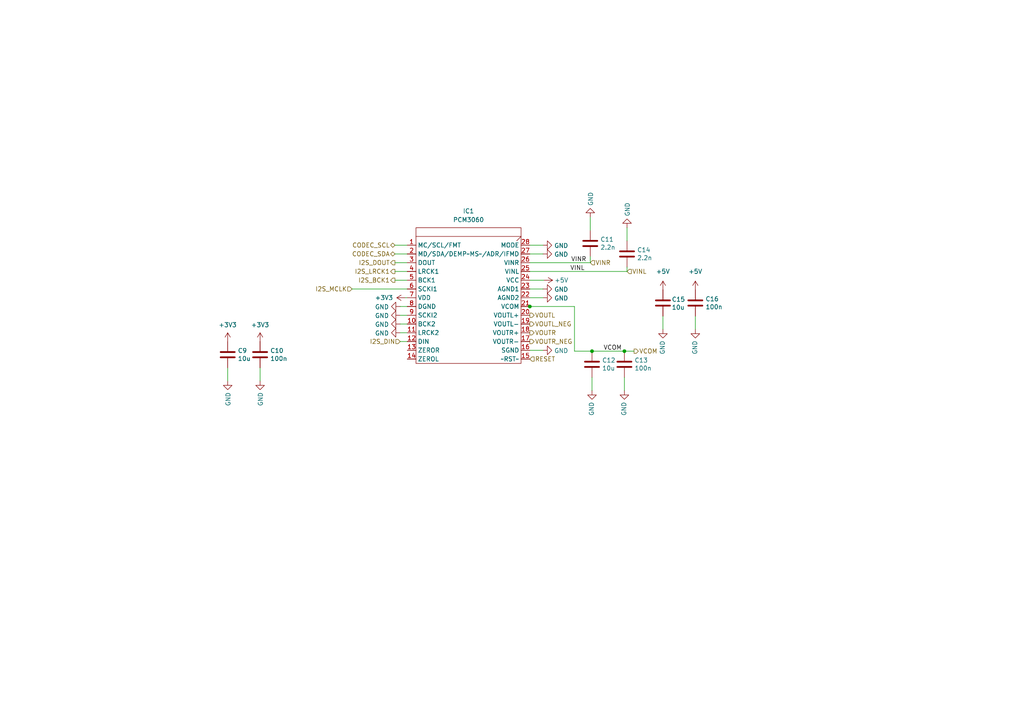
<source format=kicad_sch>
(kicad_sch (version 20221206) (generator eeschema)
  (paper "A4")
  (lib_symbols
    (symbol "Device:C" (pin_numbers hide) (pin_names (offset 0.254))
      (property "Reference" "C" (at 0.635 2.54 0))
      (property "Value" "C" (at 0.635 -2.54 0))
      (symbol "C_0_1"
        (polyline (pts (xy -2.032 -0.762) (xy 2.032 -0.762)) (stroke (width 0.508)))
        (polyline (pts (xy -2.032 0.762) (xy 2.032 0.762)) (stroke (width 0.508)))
      )
      (symbol "C_1_1"
        (pin passive line (at 0 3.81 270) (length 2.794) (name "~") (number "1"))
        (pin passive line (at 0 -3.81 90) (length 2.794) (name "~") (number "2"))
      )
    )
    (symbol "TiNRS:PCM3060"
      (property "Reference" "IC" (at 26.67 -2.54 0))
      (property "Value" "PCM3060" (at 7.62 -2.54 0))
      (symbol "PCM3060_0_1"
        (polyline (pts (xy 2.54 -3.81) (xy 33.02 -3.81) (xy 31.75 -5.08)) (stroke (width 0.1524)))
        (polyline (pts (xy 2.54 -40.64) (xy 2.54 -1.27) (xy 33.02 -1.27) (xy 33.02 -40.64) (xy 2.54 -40.64)) (stroke (width 0.1524)))
      )
      (symbol "PCM3060_1_1"
        (pin bidirectional line (at 0 -6.35 0) (length 2.54) (name "MC/SCL/FMT") (number "1"))
        (pin bidirectional line (at 0 -29.21 0) (length 2.54) (name "BCK2") (number "10"))
        (pin bidirectional line (at 0 -31.75 0) (length 2.54) (name "LRCK2") (number "11"))
        (pin input line (at 0 -34.29 0) (length 2.54) (name "DIN") (number "12"))
        (pin input line (at 0 -36.83 0) (length 2.54) (name "ZEROR") (number "13"))
        (pin input line (at 0 -39.37 0) (length 2.54) (name "ZEROL") (number "14"))
        (pin input line (at 35.56 -39.37 180) (length 2.54) (name "~RST~") (number "15"))
        (pin power_in line (at 35.56 -36.83 180) (length 2.54) (name "SGND") (number "16"))
        (pin output line (at 35.56 -34.29 180) (length 2.54) (name "VOUTR-") (number "17"))
        (pin output line (at 35.56 -31.75 180) (length 2.54) (name "VOUTR+") (number "18"))
        (pin output line (at 35.56 -29.21 180) (length 2.54) (name "VOUTL-") (number "19"))
        (pin bidirectional line (at 0 -8.89 0) (length 2.54) (name "MD/SDA/DEMP") (number "2"))
        (pin output line (at 35.56 -26.67 180) (length 2.54) (name "VOUTL+") (number "20"))
        (pin output line (at 35.56 -24.13 180) (length 2.54) (name "VCOM") (number "21"))
        (pin power_in line (at 35.56 -21.59 180) (length 2.54) (name "AGND2") (number "22"))
        (pin power_in line (at 35.56 -19.05 180) (length 2.54) (name "AGND1") (number "23"))
        (pin power_in line (at 35.56 -16.51 180) (length 2.54) (name "VCC") (number "24"))
        (pin input line (at 35.56 -13.97 180) (length 2.54) (name "VINL") (number "25"))
        (pin input line (at 35.56 -11.43 180) (length 2.54) (name "VINR") (number "26"))
        (pin bidirectional line (at 35.56 -8.89 180) (length 2.54) (name "~MS~/ADR/IFMD") (number "27"))
        (pin input line (at 35.56 -6.35 180) (length 2.54) (name "MODE") (number "28"))
        (pin output line (at 0 -11.43 0) (length 2.54) (name "DOUT") (number "3"))
        (pin bidirectional line (at 0 -13.97 0) (length 2.54) (name "LRCK1") (number "4"))
        (pin bidirectional line (at 0 -16.51 0) (length 2.54) (name "BCK1") (number "5"))
        (pin bidirectional line (at 0 -19.05 0) (length 2.54) (name "SCKI1") (number "6"))
        (pin power_in line (at 0 -21.59 0) (length 2.54) (name "VDD") (number "7"))
        (pin power_in line (at 0 -24.13 0) (length 2.54) (name "DGND") (number "8"))
        (pin bidirectional line (at 0 -26.67 0) (length 2.54) (name "SCKI2") (number "9"))
      )
    )
    (symbol "power:+3.3V" (power) (pin_names (offset 0))
      (property "Value" "+3.3V" (at 0 3.556 0))
      (symbol "+3.3V_0_1"
        (polyline (pts (xy -0.762 1.27) (xy 0 2.54)))
        (polyline (pts (xy 0 0) (xy 0 2.54)))
        (polyline (pts (xy 0 2.54) (xy 0.762 1.27)))
      )
      (symbol "+3.3V_1_1"
        (pin power_in line (at 0 0 90) (length 0) hide (name "+3V3") (number "1"))
      )
    )
    (symbol "power:+5V" (power) (pin_names (offset 0))
      (property "Value" "+5V" (at 0 3.556 0))
      (symbol "+5V_0_1"
        (polyline (pts (xy -0.762 1.27) (xy 0 2.54)))
        (polyline (pts (xy 0 0) (xy 0 2.54)))
        (polyline (pts (xy 0 2.54) (xy 0.762 1.27)))
      )
      (symbol "+5V_1_1"
        (pin power_in line (at 0 0 90) (length 0) hide (name "+5V") (number "1"))
      )
    )
    (symbol "power:GND" (power) (pin_names (offset 0))
      (property "Value" "GND" (at 0 -3.81 0))
      (symbol "GND_0_1"
        (polyline (pts (xy 0 0) (xy 0 -1.27) (xy 1.27 -1.27) (xy 0 -2.54) (xy -1.27 -1.27) (xy 0 -1.27)))
      )
      (symbol "GND_1_1"
        (pin power_in line (at 0 0 270) (length 0) hide (name "GND") (number "1"))
      )
    )
  )
  (junction (at 171.704 101.854))
  (junction (at 153.67 88.9))
  (junction (at 181.102 101.854))
  (wire (pts (xy 181.102 109.474) (xy 181.102 113.284)))
  (wire (pts (xy 171.704 101.854) (xy 181.102 101.854)))
  (wire (pts (xy 118.11 88.9) (xy 116.078 88.9)))
  (wire (pts (xy 153.67 83.82) (xy 157.48 83.82)))
  (wire (pts (xy 153.67 86.36) (xy 157.48 86.36)))
  (wire (pts (xy 66.04 106.68) (xy 66.04 110.49)))
  (wire (pts (xy 118.11 91.44) (xy 116.078 91.44)))
  (wire (pts (xy 75.438 106.68) (xy 75.438 110.49)))
  (wire (pts (xy 114.554 78.74) (xy 118.11 78.74)))
  (wire (pts (xy 116.078 99.06) (xy 118.11 99.06)))
  (wire (pts (xy 181.864 78.74) (xy 181.864 77.47)))
  (wire (pts (xy 153.67 101.6) (xy 157.48 101.6)))
  (wire (pts (xy 166.624 101.854) (xy 171.704 101.854)))
  (wire (pts (xy 153.67 88.9) (xy 166.624 88.9)))
  (wire (pts (xy 171.196 66.802) (xy 171.196 62.992)))
  (wire (pts (xy 114.554 71.12) (xy 118.11 71.12)))
  (wire (pts (xy 181.864 69.85) (xy 181.864 66.04)))
  (wire (pts (xy 153.67 73.66) (xy 157.48 73.66)))
  (wire (pts (xy 171.196 76.2) (xy 171.196 74.422)))
  (wire (pts (xy 153.67 71.12) (xy 157.48 71.12)))
  (wire (pts (xy 153.67 78.74) (xy 181.864 78.74)))
  (wire (pts (xy 118.11 96.52) (xy 116.078 96.52)))
  (wire (pts (xy 153.67 76.2) (xy 171.196 76.2)))
  (wire (pts (xy 114.554 76.2) (xy 118.11 76.2)))
  (wire (pts (xy 153.67 81.28) (xy 157.734 81.28)))
  (wire (pts (xy 201.676 91.694) (xy 201.676 95.504)))
  (wire (pts (xy 118.11 93.98) (xy 116.078 93.98)))
  (wire (pts (xy 153.162 88.9) (xy 153.67 88.9)))
  (wire (pts (xy 102.108 83.82) (xy 118.11 83.82)))
  (wire (pts (xy 117.602 86.36) (xy 118.11 86.36)))
  (wire (pts (xy 114.554 81.28) (xy 118.11 81.28)))
  (wire (pts (xy 181.102 101.854) (xy 183.896 101.854)))
  (wire (pts (xy 171.704 109.474) (xy 171.704 113.284)))
  (wire (pts (xy 114.554 73.66) (xy 118.11 73.66)))
  (wire (pts (xy 192.278 91.694) (xy 192.278 95.504)))
  (wire (pts (xy 166.624 88.9) (xy 166.624 101.854)))
  (label "VINR" (at 165.608 76.2 0))
  (label "VCOM" (at 175.006 101.854 0))
  (label "VINL" (at 165.354 78.74 0))
  (hierarchical_label "VOUTL" (shape output) (at 153.67 91.44 0))
  (hierarchical_label "VOUTL_NEG" (shape output) (at 153.67 93.98 0))
  (hierarchical_label "I2S_LRCK1" (shape output) (at 114.554 78.74 180))
  (hierarchical_label "I2S_DOUT" (shape output) (at 114.554 76.2 180))
  (hierarchical_label "VOUTR_NEG" (shape output) (at 153.67 99.06 0))
  (hierarchical_label "VCOM" (shape output) (at 183.896 101.854 0))
  (hierarchical_label "VOUTR" (shape output) (at 153.67 96.52 0))
  (hierarchical_label "RESET" (shape input) (at 153.67 104.14 0))
  (hierarchical_label "CODEC_SDA" (shape bidirectional) (at 114.554 73.66 180))
  (hierarchical_label "CODEC_SCL" (shape bidirectional) (at 114.554 71.12 180))
  (hierarchical_label "I2S_DIN" (shape input) (at 116.078 99.06 180))
  (hierarchical_label "VINL" (shape input) (at 181.864 78.74 0))
  (hierarchical_label "I2S_MCLK" (shape input) (at 102.108 83.82 180))
  (hierarchical_label "VINR" (shape input) (at 171.196 76.2 0))
  (hierarchical_label "I2S_BCK1" (shape output) (at 114.554 81.28 180))
  (symbol (lib_id "Device:C") (at 75.438 102.87 0) (unit 1)
    (property "Reference" "C10" (at 78.359 101.7016 0) (effects (justify left)))
    (property "Value" "100n" (at 78.359 104.013 0) (effects (justify left)))
    (property "Footprint" "Capacitor_SMD:C_0402_1005Metric" (effects hide))
    (property "Field4" "Farnell" (effects hide))
    (property "Field5" "2611911" (effects hide))
    (property "Field6" "RM EMK105 B7104KV-F" (effects hide))
    (property "Field7" "TAIYO YUDEN EUROPE GMBH" (effects hide))
    (property "Part Description" "	0.1uF 10% 16V Ceramic Capacitor X7R 0402 (1005 Metric)" (effects hide))
    (property "Field8" "110091611" (effects hide))
  )
  (symbol (lib_id "power:GND") (at 75.438 110.49 0) (unit 1)
    (property "Reference" "#PWR0169" (effects hide))
    (property "Value" "GND" (at 75.565 113.7412 90) (effects (justify right)))
  )
  (symbol (lib_id "power:+5V") (at 192.278 84.074 0) (unit 1)
    (property "Reference" "#PWR0161" (effects hide))
    (property "Value" "+5V" (at 192.278 78.74 0))
  )
  (symbol (lib_id "power:GND") (at 157.48 86.36 90) (mirror x) (unit 1)
    (property "Reference" "#PWR0159" (effects hide))
    (property "Value" "GND" (at 160.7312 86.487 90) (effects (justify right)))
  )
  (symbol (lib_id "power:GND") (at 66.04 110.49 0) (unit 1)
    (property "Reference" "#PWR0172" (effects hide))
    (property "Value" "GND" (at 66.167 113.7412 90) (effects (justify right)))
  )
  (symbol (lib_id "power:GND") (at 116.078 91.44 270) (unit 1)
    (property "Reference" "#PWR0174" (effects hide))
    (property "Value" "GND" (at 112.8268 91.567 90) (effects (justify right)))
  )
  (symbol (lib_id "Device:C") (at 192.278 87.884 0) (unit 1)
    (property "Reference" "C15" (at 194.818 86.8426 0) (effects (justify left)))
    (property "Value" "10u" (at 194.818 89.154 0) (effects (justify left)))
    (property "Footprint" "Capacitor_SMD:C_0805_2012Metric" (effects hide))
    (property "Field5" "490-14381-1-ND" (effects hide))
    (property "Field4" "Digikey" (effects hide))
    (property "Field6" "GRM21BR71A106KA73L" (effects hide))
    (property "Field7" "Murata" (effects hide))
    (property "Part Description" "	10uF 10% 10V Ceramic Capacitor X7R 0805 (2012 Metric)" (effects hide))
    (property "Field8" "111893011" (effects hide))
  )
  (symbol (lib_id "power:GND") (at 157.48 71.12 90) (mirror x) (unit 1)
    (property "Reference" "#PWR0165" (effects hide))
    (property "Value" "GND" (at 160.7312 71.247 90) (effects (justify right)))
  )
  (symbol (lib_id "power:GND") (at 157.48 83.82 90) (mirror x) (unit 1)
    (property "Reference" "#PWR0166" (effects hide))
    (property "Value" "GND" (at 160.7312 83.947 90) (effects (justify right)))
  )
  (symbol (lib_id "power:GND") (at 201.676 95.504 0) (mirror y) (unit 1)
    (property "Reference" "#PWR0162" (effects hide))
    (property "Value" "GND" (at 201.549 98.7552 90) (effects (justify right)))
  )
  (symbol (lib_id "power:GND") (at 181.102 113.284 0) (mirror y) (unit 1)
    (property "Reference" "#PWR0153" (effects hide))
    (property "Value" "GND" (at 180.975 116.5352 90) (effects (justify right)))
  )
  (symbol (lib_id "Device:C") (at 171.196 70.612 0) (unit 1)
    (property "Reference" "C11" (at 174.117 69.4436 0) (effects (justify left)))
    (property "Value" "2.2n" (at 174.117 71.755 0) (effects (justify left)))
    (property "Footprint" "Capacitor_SMD:C_0402_1005Metric" (effects hide))
    (property "Field4" "Farnell" (effects hide))
    (property "Field5" "2611911" (effects hide))
    (property "Field6" "RM EMK105 B7104KV-F" (effects hide))
    (property "Field7" "TAIYO YUDEN EUROPE GMBH" (effects hide))
    (property "Part Description" "	0.1uF 10% 16V Ceramic Capacitor X7R 0402 (1005 Metric)" (effects hide))
    (property "Field8" "110091611" (effects hide))
  )
  (symbol (lib_id "power:GND") (at 157.48 101.6 90) (mirror x) (unit 1)
    (property "Reference" "#PWR0155" (effects hide))
    (property "Value" "GND" (at 160.7312 101.727 90) (effects (justify right)))
  )
  (symbol (lib_id "power:GND") (at 116.078 96.52 270) (unit 1)
    (property "Reference" "#PWR0178" (effects hide))
    (property "Value" "GND" (at 112.8268 96.647 90) (effects (justify right)))
  )
  (symbol (lib_id "power:GND") (at 171.704 113.284 0) (mirror y) (unit 1)
    (property "Reference" "#PWR0154" (effects hide))
    (property "Value" "GND" (at 171.577 116.5352 90) (effects (justify right)))
  )
  (symbol (lib_id "power:GND") (at 116.078 88.9 270) (unit 1)
    (property "Reference" "#PWR0175" (effects hide))
    (property "Value" "GND" (at 112.8268 89.027 90) (effects (justify right)))
  )
  (symbol (lib_id "Device:C") (at 171.704 105.664 0) (unit 1)
    (property "Reference" "C12" (at 174.625 104.4956 0) (effects (justify left)))
    (property "Value" "10u" (at 174.625 106.807 0) (effects (justify left)))
    (property "Footprint" "Capacitor_SMD:C_0805_2012Metric" (effects hide))
    (property "Field5" "490-14381-1-ND" (effects hide))
    (property "Field4" "Digikey" (effects hide))
    (property "Field6" "GRM21BR71A106KA73L" (effects hide))
    (property "Field7" "Murata" (effects hide))
    (property "Part Description" "	10uF 10% 10V Ceramic Capacitor X7R 0805 (2012 Metric)" (effects hide))
    (property "Field8" "111893011" (effects hide))
  )
  (symbol (lib_id "power:+5V") (at 157.734 81.28 270) (unit 1)
    (property "Reference" "#PWR0167" (effects hide))
    (property "Value" "+5V" (at 160.782 81.28 90) (effects (justify left)))
  )
  (symbol (lib_id "Device:C") (at 66.04 102.87 0) (unit 1)
    (property "Reference" "C9" (at 68.961 101.7016 0) (effects (justify left)))
    (property "Value" "10u" (at 68.961 104.013 0) (effects (justify left)))
    (property "Footprint" "Capacitor_SMD:C_0805_2012Metric" (effects hide))
    (property "Field5" "490-14381-1-ND" (effects hide))
    (property "Field4" "Digikey" (effects hide))
    (property "Field6" "GRM21BR71A106KA73L" (effects hide))
    (property "Field7" "Murata" (effects hide))
    (property "Part Description" "	10uF 10% 10V Ceramic Capacitor X7R 0805 (2012 Metric)" (effects hide))
    (property "Field8" "111893011" (effects hide))
  )
  (symbol (lib_id "power:+5V") (at 201.676 84.074 0) (unit 1)
    (property "Reference" "#PWR0163" (effects hide))
    (property "Value" "+5V" (at 201.676 78.74 0))
  )
  (symbol (lib_id "TiNRS:PCM3060") (at 118.11 64.77 0) (unit 1)
    (property "Reference" "IC1" (at 135.89 61.214 0))
    (property "Value" "PCM3060" (at 135.89 63.754 0))
    (property "Footprint" "Package_SO:TSSOP-28_4.4x9.7mm_P0.65mm" (effects hide))
    (property "Datasheet" "https://www.ti.com/lit/ds/symlink/pcm3060.pdf" (effects hide))
  )
  (symbol (lib_id "power:+3.3V") (at 75.438 99.06 0) (unit 1)
    (property "Reference" "#PWR0170" (effects hide))
    (property "Value" "+3.3V" (at 75.438 94.234 0))
  )
  (symbol (lib_id "power:GND") (at 157.48 73.66 90) (mirror x) (unit 1)
    (property "Reference" "#PWR0164" (effects hide))
    (property "Value" "GND" (at 160.7312 73.787 90) (effects (justify right)))
  )
  (symbol (lib_id "power:GND") (at 116.078 93.98 270) (unit 1)
    (property "Reference" "#PWR0177" (effects hide))
    (property "Value" "GND" (at 112.8268 94.107 90) (effects (justify right)))
  )
  (symbol (lib_id "Device:C") (at 181.102 105.664 0) (unit 1)
    (property "Reference" "C13" (at 184.023 104.4956 0) (effects (justify left)))
    (property "Value" "100n" (at 184.023 106.807 0) (effects (justify left)))
    (property "Footprint" "Capacitor_SMD:C_0402_1005Metric" (effects hide))
    (property "Field4" "Farnell" (effects hide))
    (property "Field5" "2611911" (effects hide))
    (property "Field6" "RM EMK105 B7104KV-F" (effects hide))
    (property "Field7" "TAIYO YUDEN EUROPE GMBH" (effects hide))
    (property "Part Description" "	0.1uF 10% 16V Ceramic Capacitor X7R 0402 (1005 Metric)" (effects hide))
    (property "Field8" "110091611" (effects hide))
  )
  (symbol (lib_id "Device:C") (at 181.864 73.66 0) (unit 1)
    (property "Reference" "C14" (at 184.785 72.4916 0) (effects (justify left)))
    (property "Value" "2.2n" (at 184.785 74.803 0) (effects (justify left)))
    (property "Footprint" "Capacitor_SMD:C_0402_1005Metric" (effects hide))
    (property "Field4" "Farnell" (effects hide))
    (property "Field5" "2611911" (effects hide))
    (property "Field6" "RM EMK105 B7104KV-F" (effects hide))
    (property "Field7" "TAIYO YUDEN EUROPE GMBH" (effects hide))
    (property "Part Description" "	0.1uF 10% 16V Ceramic Capacitor X7R 0402 (1005 Metric)" (effects hide))
    (property "Field8" "110091611" (effects hide))
  )
  (symbol (lib_id "power:GND") (at 181.864 66.04 0) (mirror x) (unit 1)
    (property "Reference" "#PWR0158" (effects hide))
    (property "Value" "GND" (at 181.991 62.7888 90) (effects (justify right)))
  )
  (symbol (lib_id "power:GND") (at 171.196 62.992 0) (mirror x) (unit 1)
    (property "Reference" "#PWR0157" (effects hide))
    (property "Value" "GND" (at 171.323 59.7408 90) (effects (justify right)))
  )
  (symbol (lib_id "power:+3.3V") (at 66.04 99.06 0) (unit 1)
    (property "Reference" "#PWR0171" (effects hide))
    (property "Value" "+3.3V" (at 66.04 94.234 0))
  )
  (symbol (lib_id "power:GND") (at 192.278 95.504 0) (mirror y) (unit 1)
    (property "Reference" "#PWR0160" (effects hide))
    (property "Value" "GND" (at 192.151 98.7552 90) (effects (justify right)))
  )
  (symbol (lib_id "Device:C") (at 201.676 87.884 0) (unit 1)
    (property "Reference" "C16" (at 204.597 86.7156 0) (effects (justify left)))
    (property "Value" "100n" (at 204.597 89.027 0) (effects (justify left)))
    (property "Footprint" "Capacitor_SMD:C_0402_1005Metric" (effects hide))
    (property "Field4" "Farnell" (effects hide))
    (property "Field5" "2611911" (effects hide))
    (property "Field6" "RM EMK105 B7104KV-F" (effects hide))
    (property "Field7" "TAIYO YUDEN EUROPE GMBH" (effects hide))
    (property "Part Description" "	0.1uF 10% 16V Ceramic Capacitor X7R 0402 (1005 Metric)" (effects hide))
    (property "Field8" "110091611" (effects hide))
  )
  (symbol (lib_id "power:+3.3V") (at 117.602 86.36 90) (unit 1)
    (property "Reference" "#PWR0176" (effects hide))
    (property "Value" "+3.3V" (at 108.712 86.36 90) (effects (justify right)))
  )
)
</source>
